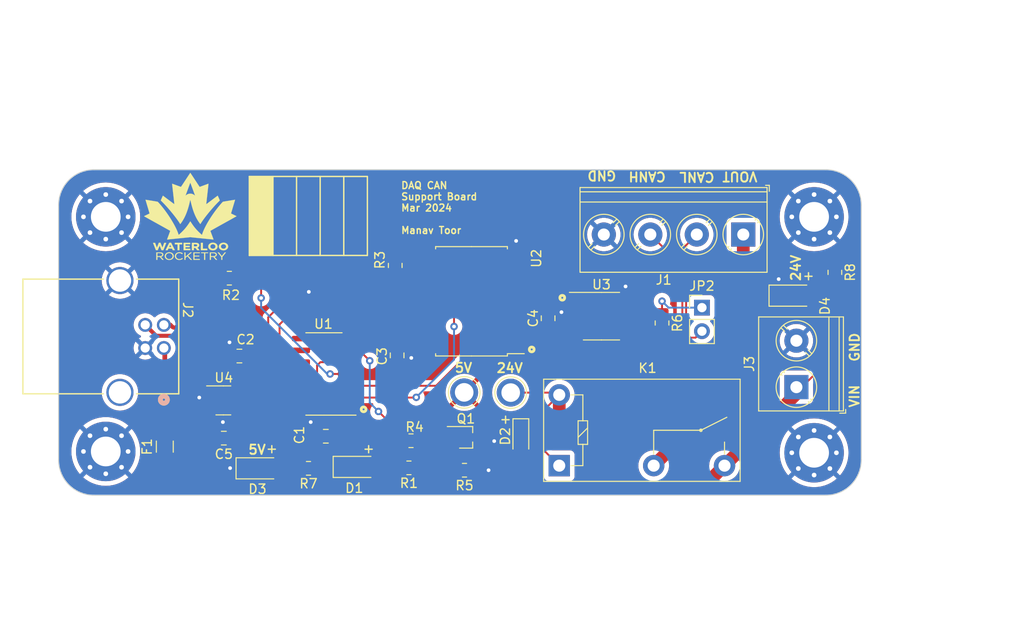
<source format=kicad_pcb>
(kicad_pcb (version 20221018) (generator pcbnew)
  (layers (0 "F.Cu" signal) (31 "B.Cu" signal) (34 "B.Paste" user) (35 "F.Paste" user) (36 "B.SilkS" user "B.Silkscreen") (37 "F.SilkS" user "F.Silkscreen") (38 "B.Mask" user) (39 "F.Mask" user) (44 "Edge.Cuts" user))
  (net 0 "")
  (net 1 "+5V")
  (net 2 "GND")
  (net 3 "Net-(U1-VUSB3V3)")
  (net 4 "Net-(D1-K)")
  (net 5 "Net-(D1-A)")
  (net 6 "+24V")
  (net 7 "Net-(D2-A)")
  (net 8 "Net-(J2-VBUS)")
  (net 9 "/USB_D-")
  (net 10 "/USB_D+")
  (net 11 "Net-(Q1-G)")
  (net 12 "/CAN_INT")
  (net 13 "/RELAY_CONTROL")
  (net 14 "/CLKOUT")
  (net 15 "/CS")
  (net 16 "/MOSI")
  (net 17 "Net-(U2-TXCAN)")
  (net 18 "Net-(U2-RXCAN)")
  (net 26 "Net-(J4-Pin_5)")
  (net 27 "/SCK")
  (net 28 "/MISO")
  (net 29 "Net-(JP2-A)")
  (net 30 "Net-(D3-A)")
  (net 31 "Net-(D4-A)")
  (net 32 "/VOUT")
  (net 33 "/CAN+")
  (net 34 "/CAN-")
  (footprint "TerminalBlock_Phoenix:TerminalBlock_Phoenix_PT-1,5-2-5.0-H_1x02_P5.00mm_Horizontal" (layer "F.Cu") (at 212.725 105.965 90)
    (fp_text reference "J3")
    (fp_text value "Screw_Terminal_01x02")
  )
  (footprint "Relay_THT:Relay_SPST_Omron-G5Q-1A" (layer "F.Cu") (at 187.213 114.417)
    (fp_text reference "K1")
    (fp_text value "G5Q-1A")
  )
  (footprint "Package_TO_SOT_SMD:SOT-323_SC-70_Handsoldering" (layer "F.Cu") (at 177.1672 111.3686)
    (fp_text reference "Q1")
    (fp_text value "DMN63D8LW-13")
  )
  (footprint "Capacitor_SMD:C_0805_2012Metric_Pad1.18x1.45mm_HandSolder" (layer "F.Cu") (at 162.1028 111.252 180)
    (fp_text reference "C1")
    (fp_text value "0.1u")
  )
  (footprint "MountingHole:MountingHole_3.2mm_M3_Pad_Via" (layer "F.Cu") (at 214.63 113.03)
    (fp_text reference "H1" hide)
    (fp_text value "MountingHole_Pad")
  )
  (footprint "TestPoint:TestPoint_Plated_Hole_D2.0mm" (layer "F.Cu") (at 176.9872 106.5276 180)
    (fp_text reference "5V")
    (fp_text value "TestPoint")
  )
  (footprint "TestPoint:TestPoint_Plated_Hole_D2.0mm" (layer "F.Cu") (at 181.991 106.553 180)
    (fp_text reference "24V")
    (fp_text value "TestPoint")
  )
  (footprint "Resistor_SMD:R_0805_2012Metric_Pad1.20x1.40mm_HandSolder" (layer "F.Cu") (at 198.2724 99.0591 -90)
    (fp_text reference "R6")
    (fp_text value "120R")
  )
  (footprint "Connector_PinHeader_2.54mm:PinHeader_1x02_P2.54mm_Vertical" (layer "F.Cu") (at 202.5646 97.4036)
    (fp_text reference "JP2")
    (fp_text value "Jumper_2_Open")
  )
  (footprint "Diode_SMD:D_SOD-323_HandSoldering" (layer "F.Cu") (at 183.0832 111.379 -90)
    (fp_text reference "D2")
    (fp_text value "1N4148WX-TP")
  )
  (footprint "Capacitor_SMD:C_0805_2012Metric_Pad1.18x1.45mm_HandSolder" (layer "F.Cu") (at 152.8064 102.616 180)
    (fp_text reference "C2")
    (fp_text value "0.1u")
  )
  (footprint "LED_SMD:LED_1206_3216Metric_Pad1.42x1.75mm_HandSolder" (layer "F.Cu") (at 165.354 114.554)
    (fp_text reference "D1")
    (fp_text value "Red")
  )
  (footprint "Resistor_SMD:R_0805_2012Metric_Pad1.20x1.40mm_HandSolder" (layer "F.Cu") (at 169.5686 92.8624 90)
    (fp_text reference "R3")
    (fp_text value "10k")
  )
  (footprint "Resistor_SMD:R_0805_2012Metric_Pad1.20x1.40mm_HandSolder" (layer "F.Cu") (at 171.2652 111.7346)
    (fp_text reference "R4")
    (fp_text value "250R")
  )
  (footprint "Package_SO:SOIC-14_3.9x8.7mm_P1.27mm" (layer "F.Cu") (at 161.8996 104.5464 180)
    (fp_text reference "U1")
    (fp_text value "PIC16F1455")
  )
  (footprint "Package_SO:SOIC-18W_7.5x11.6mm_P1.27mm" (layer "F.Cu") (at 177.7746 96.7232 180)
    (fp_text reference "U2")
    (fp_text value "MCP2515")
  )
  (footprint "Fuse:Fuse_1206_3216Metric_Pad1.42x1.75mm_HandSolder" (layer "F.Cu") (at 144.78 112.3696 -90)
    (fp_text reference "F1")
    (fp_text value "350 mA PTC")
  )
  (footprint "rlcs:rocketry_logo_small" (layer "F.Cu") (at 147.5232 87.5792)
    (fp_text reference "G***" hide)
    (fp_text value "LOGO" hide)
  )
  (footprint "Capacitor_SMD:C_0805_2012Metric_Pad1.18x1.45mm_HandSolder" (layer "F.Cu") (at 186.0154 98.5481 90)
    (fp_text reference "C4")
    (fp_text value "10u")
  )
  (footprint "Capacitor_SMD:C_0805_2012Metric_Pad1.18x1.45mm_HandSolder" (layer "F.Cu") (at 169.7736 102.5437 -90)
    (fp_text reference "C3")
    (fp_text value "0.1u")
  )
  (footprint "MountingHole:MountingHole_3.2mm_M3_Pad_Via" (layer "F.Cu") (at 138.43 112.89)
    (fp_text reference "H3" hide)
    (fp_text value "MountingHole_Pad")
  )
  (footprint "Capacitor_SMD:C_0805_2012Metric_Pad1.18x1.45mm_HandSolder" (layer "F.Cu") (at 151.13 111.4552)
    (fp_text reference "C5")
    (fp_text value "0.1u")
  )
  (footprint "Resistor_SMD:R_0805_2012Metric_Pad1.20x1.40mm_HandSolder" (layer "F.Cu") (at 216.8652 93.6084 -90)
    (fp_text reference "R8")
    (fp_text value "1.1k")
  )
  (footprint "USB:CONN_USB-B1HSW6_OST" (layer "F.Cu") (at 144.6784 101.7524 -90)
    (fp_text reference "J2")
    (fp_text value "USB_B")
  )
  (footprint "LED_SMD:LED_1206_3216Metric_Pad1.42x1.75mm_HandSolder" (layer "F.Cu") (at 212.2424 96.1136)
    (fp_text reference "D4")
    (fp_text value "Red")
  )
  (footprint "Resistor_SMD:R_0805_2012Metric_Pad1.20x1.40mm_HandSolder" (layer "F.Cu") (at 177.0199 114.9096 180)
    (fp_text reference "R5")
    (fp_text value "10k")
  )
  (footprint "Package_SO:SOIC-8_3.9x4.9mm_P1.27mm" (layer "F.Cu") (at 191.7558 98.3234)
    (fp_text reference "U3")
    (fp_text value "MCP2562")
  )
  (footprint "LED_SMD:LED_1206_3216Metric_Pad1.42x1.75mm_HandSolder" (layer "F.Cu") (at 154.9035 114.7064)
    (fp_text reference "D3")
    (fp_text value "Red")
  )
  (footprint "Package_TO_SOT_SMD:SOT-23-6" (layer "F.Cu") (at 151.0792 107.3912)
    (fp_text reference "U4")
    (fp_text value "USBLC6-2SC6")
  )
  (footprint "MountingHole:MountingHole_3.2mm_M3_Pad_Via" (layer "F.Cu") (at 138.43 87.63)
    (fp_text reference "H4" hide)
    (fp_text value "MountingHole_Pad")
  )
  (footprint "TerminalBlock_Phoenix:TerminalBlock_Phoenix_PT-1,5-4-5.0-H_1x04_P5.00mm_Horizontal" (layer "F.Cu") (at 207.01 89.535 180)
    (fp_text reference "J1")
    (fp_text value "Screw_Terminal_01x04")
  )
  (footprint "Resistor_SMD:R_0805_2012Metric_Pad1.20x1.40mm_HandSolder" (layer "F.Cu") (at 160.2375 114.7064 180)
    (fp_text reference "R7")
    (fp_text value "150R")
  )
  (footprint "Resistor_SMD:R_0805_2012Metric_Pad1.20x1.40mm_HandSolder" (layer "F.Cu") (at 151.7236 94.234)
    (fp_text reference "R2")
    (fp_text value "10k")
  )
  (footprint "MountingHole:MountingHole_3.2mm_M3_Pad_Via" (layer "F.Cu") (at 214.63 87.63)
    (fp_text reference "H2" hide)
    (fp_text value "MountingHole_Pad")
  )
  (footprint "Resistor_SMD:R_0805_2012Metric_Pad1.20x1.40mm_HandSolder" (layer "F.Cu") (at 171.0436 114.6556 180)
    (fp_text reference "R1")
    (fp_text value "330R")
  )
  (footprint "canhw_footprints:PinHeader_5x2.54_SMD_90deg_952-3198-1-ND" (layer "F.Cu") (at 155.1432 94.1832)
    (fp_text reference "J4" hide)
    (fp_text value "Programming Header")
  )
  (gr_circle (center 187.5394 96.3422) (end 187.7934 96.3422) (stroke (width 0.3024)) (fill none) (layer "F.SilkS"))
  (gr_circle (center 184.2516 101.9048) (end 184.5056 101.9048) (stroke (width 0.3024)) (fill none) (layer "F.SilkS"))
  (gr_circle (center 166.1668 108.3564) (end 166.4208 108.3564) (stroke (width 0.3024)) (fill none) (layer "F.SilkS"))
  (gr_line (start 219.71 86.36) (end 219.71 113.792) (stroke (width 0.1)) (layer "Edge.Cuts"))
  (gr_arc (start 133.35 86.36) (mid 134.465923 83.665923) (end 137.16 82.55) (stroke (width 0.1)) (layer "Edge.Cuts"))
  (gr_line (start 137.16 82.55) (end 215.9 82.55) (stroke (width 0.1)) (layer "Edge.Cuts"))
  (gr_arc (start 137.16 117.602) (mid 134.465923 116.486077) (end 133.35 113.792) (stroke (width 0.1)) (layer "Edge.Cuts"))
  (gr_line (start 215.9 117.602) (end 137.16 117.602) (stroke (width 0.1)) (layer "Edge.Cuts"))
  (gr_arc (start 215.9 82.55) (mid 218.594077 83.665923) (end 219.71 86.36) (stroke (width 0.1)) (layer "Edge.Cuts"))
  (gr_line (start 133.35 86.36) (end 133.35 113.792) (stroke (width 0.1)) (layer "Edge.Cuts"))
  (gr_arc (start 219.71 113.792) (mid 218.594077 116.486077) (end 215.9 117.602) (stroke (width 0.1)) (layer "Edge.Cuts"))
  (gr_text "24V" (at 213.2584 94.6404 90) (layer "F.SilkS") (effects (font (size 1 1) (thickness 0.2) bold) (justify left bottom)))
  (gr_text "DAQ CAN\nSupport Board\nMar 2024\n\nManav Toor" (at 170.1292 86.6648) (layer "F.SilkS") (effects (font (size 0.75 0.75)) (justify left)))
  (gr_text "5V" (at 153.67 113.284) (layer "F.SilkS") (effects (font (size 1 1) (thickness 0.2) bold) (justify left bottom)))
  (gr_text "GND" (at 193.4464 82.6008 180) (layer "F.SilkS") (effects (font (size 1 1) (thickness 0.2) bold) (justify left bottom)))
  (gr_text "+" (at 213.3092 94.5388) (layer "F.SilkS") (effects (font (size 1 1)) (justify left bottom)))
  (gr_text "VOUT" (at 208.6356 82.7024 180) (layer "F.SilkS") (effects (font (size 1 1) (thickness 0.2) bold) (justify left bottom)))
  (gr_text "GND" (at 219.583 103.3272 90) (layer "F.SilkS") (effects (font (size 1 1) (thickness 0.2) bold) (justify left bottom)))
  (gr_text "+" (at 165.989 113.157) (layer "F.SilkS") (effects (font (size 1 1)) (justify left bottom)))
  (gr_text "+" (at 180.721 109.982) (layer "F.SilkS") (effects (font (size 1 1)) (justify left bottom)))
  (gr_text "CANL" (at 204.0128 82.7532 180) (layer "F.SilkS") (effects (font (size 1 1) (thickness 0.2) bold) (justify left bottom)))
  (gr_text "+" (at 155.575 113.157) (layer "F.SilkS") (effects (font (size 1 1)) (justify left bottom)))
  (gr_text "VIN" (at 219.5576 108.2548 90) (layer "F.SilkS") (effects (font (size 1 1) (thickness 0.2) bold) (justify left bottom)))
  (gr_text "CANH" (at 198.7804 82.7024 180) (layer "F.SilkS") (effects (font (size 1 1) (thickness 0.2) bold) (justify left bottom)))
  (segment (start 151.856858 107.3912) (end 150.909 108.339058) (width 0.2032) (layer "F.Cu") (net 1))
  (segment (start 150.909 108.339058) (end 150.909 108.850662) (width 0.2032) (layer "F.Cu") (net 1))
  (segment (start 150.0925 109.667162) (end 150.0925 111.4552) (width 0.2032) (layer "F.Cu") (net 1))
  (segment (start 152.2167 107.3912) (end 151.856858 107.3912) (width 0.2032) (layer "F.Cu") (net 1))
  (segment (start 150.909 108.850662) (end 150.0925 109.667162) (width 0.2032) (layer "F.Cu") (net 1))
  (segment (start 187.071 97.5106) (end 186.0154 97.5106) (width 0.2032) (layer "F.Cu") (net 2))
  (segment (start 151.7689 101.1721) (end 151.7396 101.1428) (width 0.2032) (layer "F.Cu") (net 2))
  (segment (start 149.8909 107.442) (end 149.9417 107.3912) (width 0.2032) (layer "F.Cu") (net 2))
  (segment (start 182.4246 90.3696) (end 182.5734 90.2208) (width 0.2032) (layer "F.Cu") (net 2))
  (segment (start 151.7689 102.616) (end 151.7689 101.1721) (width 0.2032) (layer "F.Cu") (net 2))
  (segment (start 179.6107 114.9096) (end 178.0199 114.9096) (width 0.2032) (layer "F.Cu") (net 2))
  (segment (start 178.4972 111.3686) (end 179.8088 111.3686) (width 0.2032) (layer "F.Cu") (net 2))
  (segment (start 151.8047 114.681) (end 151.8301 114.7064) (width 0.2032) (layer "F.Cu") (net 2))
  (segment (start 152.1675 111.4552) (end 152.1675 110.8671) (width 0.2032) (layer "F.Cu") (net 2))
  (segment (start 187.452 97.8916) (end 187.6552 97.6884) (width 0.2032) (layer "F.Cu") (net 2))
  (segment (start 210.7549 94.4007) (end 210.82 94.3356) (width 0.2032) (layer "F.Cu") (net 2))
  (segment (start 159.4246 108.3564) (end 159.4246 108.5738) (width 0.2032) (layer "F.Cu") (net 2))
  (segment (start 182.4246 91.6432) (end 182.4246 90.3696) (width 0.2032) (layer "F.Cu") (net 2))
  (segment (start 194.2308 95.2388) (end 194.3466 95.123) (width 0.2032) (layer "F.Cu") (net 2))
  (segment (start 149.9417 107.3912) (end 148.7932 107.3912) (width 0.2032) (layer "F.Cu") (net 2))
  (segment (start 148.7932 107.3912) (end 148.4884 107.0864) (width 0.2032) (layer "F.Cu") (net 2))
  (segment (start 159.4246 108.5738) (end 160.4264 109.5756) (width 0.2032) (layer "F.Cu") (net 2))
  (segment (start 179.8088 111.3686) (end 180.2152 111.775) (width 0.2032) (layer "F.Cu") (net 2))
  (segment (start 161.0653 110.3161) (end 160.4772 109.728) (width 0.2032) (layer "F.Cu") (net 2))
  (segment (start 161.0653 111.252) (end 161.0653 110.3161) (width 0.2032) (layer "F.Cu") (net 2))
  (segment (start 161.0653 111.252) (end 160.5788 111.252) (width 0.2032) (layer "F.Cu") (net 2))
  (segment (start 170.5356 103.5812) (end 171.2976 102.8192) (width 0.2032) (layer "F.Cu") (net 2))
  (segment (start 160.2232 94.1832) (end 160.2232 95.6564) (width 0.2032) (layer "F.Cu") (net 2))
  (segment (start 160.2232 95.6564) (end 160.274 95.7072) (width 0.2032) (layer "F.Cu") (net 2))
  (segment (start 210.7549 96.1136) (end 210.7549 94.4007) (width 0.2032) (layer "F.Cu") (net 2))
  (segment (start 187.452 97.8916) (end 187.071 97.5106) (width 0.2032) (layer "F.Cu") (net 2))
  (segment (start 187.6552 97.6884) (end 189.2808 97.6884) (width 0.2032) (layer "F.Cu") (net 2))
  (segment (start 152.1675 110.8671) (end 151.0284 109.728) (width 0.2032) (layer "F.Cu") (net 2))
  (segment (start 171.2976 102.8192) (end 171.3992 102.9208) (width 0.2032) (layer "F.Cu") (net 2))
  (segment (start 151.8301 114.7064) (end 153.416 114.7064) (width 0.2032) (layer "F.Cu") (net 2))
  (segment (start 194.2308 96.4184) (end 194.2308 95.2388) (width 0.2032) (layer "F.Cu") (net 2))
  (segment (start 169.7736 103.5812) (end 170.5356 103.5812) (width 0.2032) (layer "F.Cu") (net 2))
  (via (at 148.4884 107.0864) (size 0.8) (drill 0.4) (layers "F.Cu" "B.Cu") (net 2))
  (via (at 182.5734 90.2208) (size 0.8) (drill 0.4) (layers "F.Cu" "B.Cu") (net 2))
  (via (at 160.274 95.7072) (size 0.8) (drill 0.4) (layers "F.Cu" "B.Cu") (net 2))
  (via (at 151.8047 114.681) (size 0.8) (drill 0.4) (layers "F.Cu" "B.Cu") (net 2))
  (via (at 171.2976 102.8192) (size 0.8) (drill 0.4) (layers "F.Cu" "B.Cu") (net 2))
  (via (at 151.0284 109.728) (size 0.8) (drill 0.4) (layers "F.Cu" "B.Cu") (net 2))
  (via (at 194.3466 95.123) (size 0.8) (drill 0.4) (layers "F.Cu" "B.Cu") (net 2))
  (via (at 179.6107 114.9096) (size 0.8) (drill 0.4) (layers "F.Cu" "B.Cu") (net 2))
  (via (at 180.2152 111.775) (size 0.8) (drill 0.4) (layers "F.Cu" "B.Cu") (net 2))
  (via (at 160.4772 109.728) (size 0.8) (drill 0.4) (layers "F.Cu" "B.Cu") (net 2))
  (via (at 210.82 94.3356) (size 0.8) (drill 0.4) (layers "F.Cu" "B.Cu") (net 2))
  (via (at 151.7396 101.1428) (size 0.8) (drill 0.4) (layers "F.Cu" "B.Cu") (net 2))
  (via (at 187.452 97.8916) (size 0.8) (drill 0.4) (layers "F.Cu" "B.Cu") (net 2))
  (segment (start 155.7743 104.5464) (end 153.8439 102.616) (width 0.2032) (layer "F.Cu") (net 3))
  (segment (start 159.4246 104.5464) (end 155.7743 104.5464) (width 0.2032) (layer "F.Cu") (net 3))
  (segment (start 161.163 103.632) (end 161.163 106.045) (width 0.2032) (layer "F.Cu") (net 4))
  (segment (start 164.3746 103.2764) (end 161.5186 103.2764) (width 0.2032) (layer "F.Cu") (net 4))
  (segment (start 162.052 112.7395) (end 163.8665 114.554) (width 0.2032) (layer "F.Cu") (net 4))
  (segment (start 161.5186 103.2764) (end 161.163 103.632) (width 0.2032) (layer "F.Cu") (net 4))
  (segment (start 161.163 106.045) (end 162.052 106.934) (width 0.2032) (layer "F.Cu") (net 4))
  (segment (start 162.052 106.934) (end 162.052 112.7395) (width 0.2032) (layer "F.Cu") (net 4))
  (segment (start 170.0436 114.6556) (end 166.9431 114.6556) (width 0.2032) (layer "F.Cu") (net 5))
  (segment (start 166.9431 114.6556) (end 166.8415 114.554) (width 0.2032) (layer "F.Cu") (net 5))
  (segment (start 181.991 106.553) (end 186.969 106.553) (width 0.2032) (layer "F.Cu") (net 6))
  (segment (start 212.725 105.965) (end 212.725 106.685) (width 1.367282) (layer "F.Cu") (net 6))
  (segment (start 186.969 106.553) (end 187.213 106.797) (width 0.2032) (layer "F.Cu") (net 6))
  (segment (start 183.881 110.129) (end 187.213 106.797) (width 0.2032) (layer "F.Cu") (net 6))
  (segment (start 218.4908 94.234) (end 218.4908 100.7872) (width 0.2032) (layer "F.Cu") (net 6))
  (segment (start 183.0832 110.129) (end 183.881 110.129) (width 0.2032) (layer "F.Cu") (net 6))
  (segment (start 216.8652 92.6084) (end 218.4908 94.234) (width 0.2032) (layer "F.Cu") (net 6))
  (segment (start 218.4908 100.7872) (end 213.313 105.965) (width 0.2032) (layer "F.Cu") (net 6))
  (segment (start 213.313 105.965) (end 212.725 105.965) (width 0.2032) (layer "F.Cu") (net 6))
  (segment (start 212.725 106.685) (end 204.993 114.417) (width 1.367282) (layer "F.Cu") (net 6))
  (segment (start 212.725 105.965) (end 212.725 106.6) (width 0.2032) (layer "F.Cu") (net 6))
  (segment (start 204.993 114.417) (end 202.6462 116.7638) (width 1.367282) (layer "F.Cu") (net 6))
  (segment (start 194.818 116.7638) (end 187.213 109.1588) (width 1.367282) (layer "F.Cu") (net 6))
  (segment (start 187.213 109.1588) (end 187.213 106.797) (width 1.367282) (layer "F.Cu") (net 6))
  (segment (start 202.6462 116.7638) (end 194.818 116.7638) (width 1.367282) (layer "F.Cu") (net 6))
  (segment (start 180.4362 109.982) (end 183.0832 112.629) (width 0.2032) (layer "F.Cu") (net 7))
  (segment (start 185.425 112.629) (end 187.213 114.417) (width 0.2032) (layer "F.Cu") (net 7))
  (segment (start 176.784 109.982) (end 180.4362 109.982) (width 0.2032) (layer "F.Cu") (net 7))
  (segment (start 175.8372 110.7186) (end 176.0474 110.7186) (width 0.2032) (layer "F.Cu") (net 7))
  (segment (start 176.0474 110.7186) (end 176.784 109.982) (width 0.2032) (layer "F.Cu") (net 7))
  (segment (start 183.0832 112.629) (end 185.425 112.629) (width 0.2032) (layer "F.Cu") (net 7))
  (segment (start 144.78 101.854) (end 144.6784 101.7524) (width 0.508) (layer "F.Cu") (net 8))
  (segment (start 144.78 110.97655) (end 144.78 101.854) (width 0.508) (layer "F.Cu") (net 8))
  (segment (start 153.839649 107.070398) (end 154.349918 107.070398) (width 0.438404) (layer "F.Cu") (net 9))
  (segment (start 152.2167 106.4412) (end 153.210451 106.4412) (width 0.438404) (layer "F.Cu") (net 9))
  (segment (start 147.660953 100.574024) (end 147.407528 100.827446) (width 0.438404) (layer "F.Cu") (net 9))
  (segment (start 144.6784 99.2632) (end 145.3896 99.2632) (width 0.438404) (layer "F.Cu") (net 9))
  (segment (start 146.75359 99.212977) (end 146.753589 99.212976) (width 0.438404) (layer "F.Cu") (net 9))
  (segment (start 148.314892 102.188492) (end 148.5392 102.4128) (width 0.438404) (layer "F.Cu") (net 9))
  (segment (start 149.498382 106.4412) (end 149.9417 106.4412) (width 0.438404) (layer "F.Cu") (net 9))
  (segment (start 148.568317 101.481386) (end 148.314891 101.734809) (width 0.438404) (layer "F.Cu") (net 9))
  (segment (start 146.046483 99.466399) (end 146.299907 99.212976) (width 0.438404) (layer "F.Cu") (net 9))
  (segment (start 154.349918 107.070398) (end 155.289718 106.130598) (width 0.438404) (layer "F.Cu") (net 9))
  (segment (start 146.500164 100.373764) (end 146.500165 100.373765) (width 0.438404) (layer "F.Cu") (net 9))
  (segment (start 155.289718 106.130598) (end 157.647901 106.130598) (width 0.438404) (layer "F.Cu") (net 9))
  (segment (start 153.210451 106.4412) (end 153.839649 107.070398) (width 0.438404) (layer "F.Cu") (net 9))
  (segment (start 147.660955 100.120342) (end 147.660954 100.120341) (width 0.438404) (layer "F.Cu") (net 9))
  (segment (start 148.568318 101.027705) (end 148.568317 101.027704) (width 0.438404) (layer "F.Cu") (net 9))
  (segment (start 148.568316 101.481387) (end 148.568317 101.481386) (width 0.438404) (layer "F.Cu") (net 9))
  (segment (start 146.753588 99.666659) (end 146.753589 99.666658) (width 0.438404) (layer "F.Cu") (net 9))
  (segment (start 147.861211 101.281127) (end 148.114635 101.027704) (width 0.438404) (layer "F.Cu") (net 9))
  (segment (start 145.3896 99.2632) (end 145.5928 99.4664) (width 0.438404) (layer "F.Cu") (net 9))
  (segment (start 149.006253 106.4412) (end 149.9417 106.4412) (width 0.438404) (layer "F.Cu") (net 9))
  (segment (start 157.647901 106.130598) (end 157.962099 105.8164) (width 0.438404) (layer "F.Cu") (net 9))
  (segment (start 148.5392 105.974147) (end 149.006253 106.4412) (width 0.438404) (layer "F.Cu") (net 9))
  (segment (start 146.953848 100.373764) (end 147.207272 100.120341) (width 0.438404) (layer "F.Cu") (net 9))
  (segment (start 146.753589 99.666658) (end 146.500163 99.920081) (width 0.438404) (layer "F.Cu") (net 9))
  (segment (start 157.962099 105.8164) (end 159.4246 105.8164) (width 0.438404) (layer "F.Cu") (net 9))
  (segment (start 147.407529 101.281129) (end 147.407528 101.281128) (width 0.438404) (layer "F.Cu") (net 9))
  (segment (start 148.5392 102.4128) (end 148.5392 105.974147) (width 0.438404) (layer "F.Cu") (net 9))
  (arc (start 146.500163 99.920081) (mid 146.406203 100.146923) (end 146.500164 100.373764) (width 0.438404) (layer "F.Cu") (net 9))
  (arc (start 148.314891 101.734809) (mid 148.220931 101.961651) (end 148.314892 102.188492) (width 0.438404) (layer "F.Cu") (net 9))
  (arc (start 148.568317 101.027704) (mid 148.662277 101.254546) (end 148.568316 101.481387) (width 0.438404) (layer "F.Cu") (net 9))
  (arc (start 147.207272 100.120341) (mid 147.434114 100.026381) (end 147.660955 100.120342) (width 0.438404) (layer "F.Cu") (net 9))
  (arc (start 148.114635 101.027704) (mid 148.341477 100.933744) (end 148.568318 101.027705) (width 0.438404) (layer "F.Cu") (net 9))
  (arc (start 146.299907 99.212976) (mid 146.526749 99.119016) (end 146.75359 99.212977) (width 0.438404) (layer "F.Cu") (net 9))
  (arc (start 146.500165 100.373765) (mid 146.727007 100.467725) (end 146.953848 100.373764) (width 0.438404) (layer "F.Cu") (net 9))
  (arc (start 147.407528 101.281128) (mid 147.63437 101.375088) (end 147.861211 101.281127) (width 0.438404) (layer "F.Cu") (net 9))
  (arc (start 147.407528 100.827446) (mid 147.313568 101.054288) (end 147.407529 101.281129) (width 0.438404) (layer "F.Cu") (net 9))
  (arc (start 146.753589 99.212976) (mid 146.847549 99.439818) (end 146.753588 99.666659) (width 0.438404) (layer "F.Cu") (net 9))
  (arc (start 145.5928 99.4664) (mid 145.819642 99.56036) (end 146.046483 99.466399) (width 0.438404) (layer "F.Cu") (net 9))
  (arc (start 147.660954 100.120341) (mid 147.754914 100.347183) (end 147.660953 100.574024) (width 0.438404) (layer "F.Cu") (net 9))
  (segment (start 155.555482 106.772202) (end 157.647901 106.772202) (width 0.438404) (layer "F.Cu") (net 10))
  (segment (start 142.6718 99.2632) (end 143.843502 100.434902) (width 0.438404) (layer "F.Cu") (net 10))
  (segment (start 157.962099 107.0864) (end 159.4246 107.0864) (width 0.438404) (layer "F.Cu") (net 10))
  (segment (start 145.443702 100.434902) (end 147.665998 102.657198) (width 0.438404) (layer "F.Cu") (net 10))
  (segment (start 157.647901 106.772202) (end 157.962099 107.0864) (width 0.438404) (layer "F.Cu") (net 10))
  (segment (start 147.665998 102.657198) (end 147.665998 107.427051) (width 0.438404) (layer "F.Cu") (net 10))
  (segment (start 143.843502 100.434902) (end 145.443702 100.434902) (width 0.438404) (layer "F.Cu") (net 10))
  (segment (start 147.665998 107.427051) (end 148.544547 108.3056) (width 0.438404) (layer "F.Cu") (net 10))
  (segment (start 152.2167 108.3412) (end 153.210451 108.3412) (width 0.438404) (layer "F.Cu") (net 10))
  (segment (start 153.210451 108.3412) (end 153.839649 107.712002) (width 0.438404) (layer "F.Cu") (net 10))
  (segment (start 154.615682 107.712002) (end 155.555482 106.772202) (width 0.438404) (layer "F.Cu") (net 10))
  (segment (start 153.839649 107.712002) (end 154.615682 107.712002) (width 0.438404) (layer "F.Cu") (net 10))
  (segment (start 148.544547 108.3056) (end 149.9061 108.3056) (width 0.438404) (layer "F.Cu") (net 10))
  (segment (start 149.9061 108.3056) (end 149.9417 108.3412) (width 0.438404) (layer "F.Cu") (net 10))
  (segment (start 175.8372 112.0186) (end 175.8372 114.7269) (width 0.2032) (layer "F.Cu") (net 11))
  (segment (start 172.57 112.0394) (end 175.8164 112.0394) (width 0.2032) (layer "F.Cu") (net 11))
  (segment (start 175.8164 112.0394) (end 175.8372 112.0186) (width 0.2032) (layer "F.Cu") (net 11))
  (segment (start 175.8372 114.7269) (end 176.0199 114.9096) (width 0.2032) (layer "F.Cu") (net 11))
  (segment (start 176.0199 114.9096) (end 176.0199 114.84) (width 0.2032) (layer "F.Cu") (net 11))
  (segment (start 172.2652 111.7346) (end 172.57 112.0394) (width 0.2032) (layer "F.Cu") (net 11))
  (segment (start 171.8056 107.0864) (end 164.3746 107.0864) (width 0.2032) (layer "F.Cu") (net 12))
  (segment (start 173.1246 94.1832) (end 169.8894 94.1832) (width 0.2032) (layer "F.Cu") (net 12))
  (segment (start 174.8282 94.1832) (end 173.1246 94.1832) (width 0.2032) (layer "F.Cu") (net 12))
  (segment (start 175.895 95.25) (end 174.8282 94.1832) (width 0.2032) (layer "F.Cu") (net 12))
  (segment (start 169.8894 94.1832) (end 169.5686 93.8624) (width 0.2032) (layer "F.Cu") (net 12))
  (segment (start 175.895 99.441) (end 175.895 95.25) (width 0.2032) (layer "F.Cu") (net 12))
  (segment (start 171.831 107.061) (end 171.8056 107.0864) (width 0.2032) (layer "F.Cu") (net 12))
  (via (at 175.895 99.441) (size 0.8) (drill 0.4) (layers "F.Cu" "B.Cu") (net 12))
  (via (at 171.831 107.061) (size 0.8) (drill 0.4) (layers "F.Cu" "B.Cu") (net 12))
  (segment (start 175.895 102.997) (end 171.831 107.061) (width 0.2032) (layer "B.Cu") (net 12))
  (segment (start 175.895 99.441) (end 175.895 102.997) (width 0.2032) (layer "B.Cu") (net 12))
  (segment (start 170.2652 111.0832) (end 170.2652 111.7346) (width 0.2032) (layer "F.Cu") (net 13))
  (segment (start 164.3746 102.0064) (end 165.7096 102.0064) (width 0.2032) (layer "F.Cu") (net 13))
  (segment (start 167.767 108.585) (end 170.2652 111.0832) (width 0.2032) (layer "F.Cu") (net 13))
  (segment (start 165.7096 102.0064) (end 166.8272 103.124) (width 0.2032) (layer "F.Cu") (net 13))
  (via (at 167.767 108.585) (size 0.8) (drill 0.4) (layers "F.Cu" "B.Cu") (net 13))
  (via (at 166.8272 103.124) (size 0.8) (drill 0.4) (layers "F.Cu" "B.Cu") (net 13))
  (segment (start 166.8272 107.6452) (end 166.8272 103.124) (width 0.2032) (layer "B.Cu") (net 13))
  (segment (start 167.767 108.585) (end 166.8272 107.6452) (width 0.2032) (layer "B.Cu") (net 13))
  (segment (start 173.9646 105.8164) (end 178.1048 101.6762) (width 0.2032) (layer "F.Cu") (net 14))
  (segment (start 178.1048 101.6762) (end 178.1048 95.0468) (width 0.2032) (layer "F.Cu") (net 14))
  (segment (start 164.3746 105.8164) (end 173.9646 105.8164) (width 0.2032) (layer "F.Cu") (net 14))
  (segment (start 178.1048 95.0468) (end 180.2384 92.9132) (width 0.2032) (layer "F.Cu") (net 14))
  (segment (start 180.2384 92.9132) (end 182.4246 92.9132) (width 0.2032) (layer "F.Cu") (net 14))
  (segment (start 168.1988 99.2632) (end 173.1246 99.2632) (width 0.2032) (layer "F.Cu") (net 15))
  (segment (start 166.7256 100.7364) (end 164.3746 100.7364) (width 0.2032) (layer "F.Cu") (net 15))
  (segment (start 166.7256 100.7364) (end 168.1988 99.2632) (width 0.2032) (layer "F.Cu") (net 15))
  (segment (start 161.101 99.06) (end 164.338 99.06) (width 0.2032) (layer "F.Cu") (net 16))
  (segment (start 159.4246 100.7364) (end 161.101 99.06) (width 0.2032) (layer "F.Cu") (net 16))
  (segment (start 166.6748 96.7232) (end 173.1246 96.7232) (width 0.2032) (layer "F.Cu") (net 16))
  (segment (start 164.338 99.06) (end 166.6748 96.7232) (width 0.2032) (layer "F.Cu") (net 16))
  (segment (start 182.4246 101.8032) (end 181.0494 101.8032) (width 0.2032) (layer "F.Cu") (net 17))
  (segment (start 180.2874 101.0412) (end 180.2874 95.918058) (width 0.2032) (layer "F.Cu") (net 17))
  (segment (start 180.2874 95.918058) (end 181.357058 94.8484) (width 0.2032) (layer "F.Cu") (net 17))
  (segment (start 181.357058 94.8484) (end 187.7108 94.8484) (width 0.2032) (layer "F.Cu") (net 17))
  (segment (start 187.7108 94.8484) (end 189.2808 96.4184) (width 0.2032) (layer "F.Cu") (net 17))
  (segment (start 181.0494 101.8032) (end 180.2874 101.0412) (width 0.2032) (layer "F.Cu") (net 17))
  (segment (start 187.706 101.8032) (end 189.2808 100.2284) (width 0.2032) (layer "F.Cu") (net 18))
  (segment (start 182.4246 100.5332) (end 183.7944 100.5332) (width 0.2032) (layer "F.Cu") (net 18))
  (segment (start 185.0644 101.8032) (end 187.706 101.8032) (width 0.2032) (layer "F.Cu") (net 18))
  (segment (start 183.7944 100.5332) (end 185.0644 101.8032) (width 0.2032) (layer "F.Cu") (net 18))
  (segment (start 155.1432 94.1832) (end 155.1432 96.3676) (width 0.2032) (layer "F.Cu") (net 26))
  (segment (start 152.7236 94.234) (end 155.0924 94.234) (width 0.2032) (layer "F.Cu") (net 26))
  (segment (start 155.0924 94.234) (end 155.1432 94.1832) (width 0.2032) (layer "F.Cu") (net 26))
  (segment (start 162.56 104.5464) (end 164.3746 104.5464) (width 0.2032) (layer "F.Cu") (net 26))
  (via (at 162.56 104.5464) (size 0.8) (drill 0.4) (layers "F.Cu" "B.Cu") (net 26))
  (via (at 155.1432 96.3676) (size 0.8) (drill 0.4) (layers "F.Cu" "B.Cu") (net 26))
  (segment (start 162.2552 104.5464) (end 155.1432 97.4344) (width 0.2032) (layer "B.Cu") (net 26))
  (segment (start 155.1432 97.4344) (end 155.1432 96.3676) (width 0.2032) (layer "B.Cu") (net 26))
  (segment (start 162.56 104.5464) (end 162.2552 104.5464) (width 0.2032) (layer "B.Cu") (net 26))
  (segment (start 157.226 97.1296) (end 161.8996 97.1296) (width 0.2032) (layer "F.Cu") (net 27))
  (segment (start 162.3568 96.6724) (end 162.7632 96.266) (width 0.2032) (layer "F.Cu") (net 27))
  (segment (start 155.9052 98.4504) (end 157.226 97.1296) (width 0.2032) (layer "F.Cu") (net 27))
  (segment (start 161.8996 97.1296) (end 162.306 96.7232) (width 0.2032) (layer "F.Cu") (net 27))
  (segment (start 162.7632 94.1832) (end 162.7632 93.0656) (width 0.2032) (layer "F.Cu") (net 27))
  (segment (start 167.4368 93.218) (end 167.4368 94.7928) (width 0.2032) (layer "F.Cu") (net 27))
  (segment (start 167.4368 94.7928) (end 168.0972 95.4532) (width 0.2032) (layer "F.Cu") (net 27))
  (segment (start 155.9052 102.7684) (end 155.9052 98.4504) (width 0.2032) (layer "F.Cu") (net 27))
  (segment (start 159.4246 103.2764) (end 156.4132 103.2764) (width 0.2032) (layer "F.Cu") (net 27))
  (segment (start 168.0972 95.4532) (end 173.1246 95.4532) (width 0.2032) (layer "F.Cu") (net 27))
  (segment (start 166.4208 92.202) (end 167.4368 93.218) (width 0.2032) (layer "F.Cu") (net 27))
  (segment (start 156.4132 103.2764) (end 155.9052 102.7684) (width 0.2032) (layer "F.Cu") (net 27))
  (segment (start 162.7632 93.0656) (end 163.6268 92.202) (width 0.2032) (layer "F.Cu") (net 27))
  (segment (start 162.7632 96.266) (end 162.7632 94.1832) (width 0.2032) (layer "F.Cu") (net 27))
  (segment (start 163.6268 92.202) (end 166.4208 92.202) (width 0.2032) (layer "F.Cu") (net 27))
  (segment (start 167.5638 97.9932) (end 173.1246 97.9932) (width 0.2032) (layer "F.Cu") (net 28))
  (segment (start 163.195 98.171) (end 165.3032 96.0628) (width 0.2032) (layer "F.Cu") (net 28))
  (segment (start 157.1244 101.4984) (end 157.1244 99.2124) (width 0.2032) (layer "F.Cu") (net 28))
  (segment (start 158.1658 98.171) (end 163.195 98.171) (width 0.2032) (layer "F.Cu") (net 28))
  (segment (start 157.1244 99.2124) (end 158.1658 98.171) (width 0.2032) (layer "F.Cu") (net 28))
  (segment (start 165.3032 96.0628) (end 165.3032 94.1832) (width 0.2032) (layer "F.Cu") (net 28))
  (segment (start 160.2486 102.0064) (end 162.179 100.076) (width 0.2032) (layer "F.Cu") (net 28))
  (segment (start 165.481 100.076) (end 167.5638 97.9932) (width 0.2032) (layer "F.Cu") (net 28))
  (segment (start 162.179 100.076) (end 165.481 100.076) (width 0.2032) (layer "F.Cu") (net 28))
  (segment (start 159.4246 102.0064) (end 157.6324 102.0064) (width 0.2032) (layer "F.Cu") (net 28))
  (segment (start 159.4246 102.0064) (end 160.2486 102.0064) (width 0.2032) (layer "F.Cu") (net 28))
  (segment (start 157.6324 102.0064) (end 157.1244 101.4984) (width 0.2032) (layer "F.Cu") (net 28))
  (segment (start 198.2724 98.0591) (end 198.2724 96.7081) (width 0.2032) (layer "F.Cu") (net 29))
  (segment (start 202.5098 97.3488) (end 202.5646 97.4036) (width 0.2032) (layer "F.Cu") (net 29))
  (via (at 198.2724 96.7081) (size 0.8) (drill 0.4) (layers "F.Cu" "B.Cu") (net 29))
  (segment (start 198.9679 97.4036) (end 202.5646 97.4036) (width 0.2032) (layer "B.Cu") (net 29))
  (segment (start 198.2724 96.7081) (end 198.9679 97.4036) (width 0.2032) (layer "B.Cu") (net 29))
  (segment (start 159.2375 114.7064) (end 156.391 114.7064) (width 0.2032) (layer "F.Cu") (net 30))
  (segment (start 213.7299 96.1136) (end 215.36 96.1136) (width 0.2032) (layer "F.Cu") (net 31))
  (segment (start 215.36 96.1136) (end 216.8652 94.6084) (width 0.2032) (layer "F.Cu") (net 31))
  (segment (start 197.373 114.417) (end 206.9592 104.8308) (width 1.367282) (layer "F.Cu") (net 32))
  (segment (start 207.01 104.78) (end 207.01 89.535) (width 1.367282) (layer "F.Cu") (net 32))
  (segment (start 206.9592 104.8308) (end 207.01 104.78) (width 1.367282) (layer "F.Cu") (net 32))
  (segment (start 199.306799 94.793769) (end 199.306799 93.472) (width 0.2032) (layer "F.Cu") (net 33))
  (segment (start 199.306799 91.831799) (end 197.01 89.535) (width 0.2032) (layer "F.Cu") (net 33))
  (segment (start 199.110815 100.897515) (end 199.652715 100.897515) (width 0.2032) (layer "F.Cu") (net 33))
  (segment (start 194.9058 97.6884) (end 195.3376 98.1202) (width 0.2032) (layer "F.Cu") (net 33))
  (segment (start 195.3376 98.1202) (end 195.74037 98.1202) (width 0.2032) (layer "F.Cu") (net 33))
  (segment (start 200.4568 95.94377) (end 199.306799 94.793769) (width 0.2032) (layer "F.Cu") (net 33))
  (segment (start 195.74037 98.1202) (end 196.6468 99.02663) (width 0.2032) (layer "F.Cu") (net 33))
  (segment (start 198.2724 100.0591) (end 199.110815 100.897515) (width 0.2032) (layer "F.Cu") (net 33))
  (segment (start 199.306799 92.38) (end 199.306799 92.272) (width 0.2032) (layer "F.Cu") (net 33))
  (segment (start 194.2308 97.6884) (end 194.9058 97.6884) (width 0.2032) (layer "F.Cu") (net 33))
  (segment (start 196.6468 100.80463) (end 197.64537 101.8032) (width 0.2032) (layer "F.Cu") (net 33))
  (segment (start 199.306799 92.272) (end 199.306799 91.831799) (width 0.2032) (layer "F.Cu") (net 33))
  (segment (start 197.64537 101.8032) (end 198.74703 101.8032) (width 0.2032) (layer "F.Cu") (net 33))
  (segment (start 198.814799 92.98) (end 198.814799 92.872) (width 0.2032) (layer "F.Cu") (net 33))
  (segment (start 198.74703 101.8032) (end 199.652715 100.897515) (width 0.2032) (layer "F.Cu") (net 33))
  (segment (start 199.652715 100.897515) (end 200.4568 100.09343) (width 0.2032) (layer "F.Cu") (net 33))
  (segment (start 200.4568 100.09343) (end 200.4568 95.94377) (width 0.2032) (layer "F.Cu") (net 33))
  (segment (start 196.6468 99.02663) (end 196.6468 100.80463) (width 0.2032) (layer "F.Cu") (net 33))
  (arc (start 199.060799 93.226) (mid 198.886851 93.153948) (end 198.814799 92.98) (width 0.2032) (layer "F.Cu") (net 33))
  (arc (start 199.060799 92.626) (mid 199.234747 92.553948) (end 199.306799 92.38) (width 0.2032) (layer "F.Cu") (net 33))
  (arc (start 198.814799 92.872) (mid 198.886851 92.698052) (end 199.060799 92.626) (width 0.2032) (layer "F.Cu") (net 33))
  (arc (start 199.306799 93.472) (mid 199.234747 93.298052) (end 199.060799 93.226) (width 0.2032) (layer "F.Cu") (net 33))
  (segment (start 195.3376 98.5266) (end 195.57203 98.5266) (width 0.2032) (layer "F.Cu") (net 34))
  (segment (start 202.5646 99.9436) (end 201.8734 100.6348) (width 0.2032) (layer "F.Cu") (net 34))
  (segment (start 201.8734 100.6348) (end 200.49017 100.6348) (width 0.2032) (layer "F.Cu") (net 34))
  (segment (start 199.713201 94.625431) (end 200.8632 95.77543) (width 0.2032) (layer "F.Cu") (net 34))
  (segment (start 198.91537 102.2096) (end 200.143285 100.981685) (width 0.2032) (layer "F.Cu") (net 34))
  (segment (start 200.143285 100.981685) (end 200.8632 100.26177) (width 0.2032) (layer "F.Cu") (net 34))
  (segment (start 194.2308 98.9584) (end 194.9058 98.9584) (width 0.2032) (layer "F.Cu") (net 34))
  (segment (start 196.2404 100.97297) (end 197.47703 102.2096) (width 0.2032) (layer "F.Cu") (net 34))
  (segment (start 200.8632 95.77543) (end 200.8632 100.26177) (width 0.2032) (layer "F.Cu") (net 34))
  (segment (start 194.9058 98.9584) (end 195.3376 98.5266) (width 0.2032) (layer "F.Cu") (net 34))
  (segment (start 202.01 89.535) (end 199.713201 91.831799) (width 0.2032) (layer "F.Cu") (net 34))
  (segment (start 199.713201 91.831799) (end 199.713201 94.625431) (width 0.2032) (layer "F.Cu") (net 34))
  (segment (start 197.47703 102.2096) (end 198.91537 102.2096) (width 0.2032) (layer "F.Cu") (net 34))
  (segment (start 196.2404 99.19497) (end 196.2404 100.97297) (width 0.2032) (layer "F.Cu") (net 34))
  (segment (start 195.57203 98.5266) (end 196.2404 99.19497) (width 0.2032) (layer "F.Cu") (net 34))
  (zone (net 1) (net_name "+5V") (layer "F.Cu") (connect_pads (clearance 0.5)) (min_thickness 0.25) (fill yes (thermal_gap 0.5) (thermal_bridge_width 0.5))
    (polygon (pts (xy 127.0508 76.454) (xy 223.52 76.2) (xy 223.52 132.08) (xy 127.0508 132.334)))
  )
  (zone (net 2) (net_name "GND") (layer "B.Cu") (priority 1) (connect_pads (clearance 0.5)) (min_thickness 0.25) (fill yes (thermal_gap 0.5) (thermal_bridge_width 0.5))
    (polygon (pts (xy 127.3556 76.4032) (xy 223.52 76.2) (xy 223.52 132.08) (xy 127.3556 132.2832)))
  )
)
</source>
